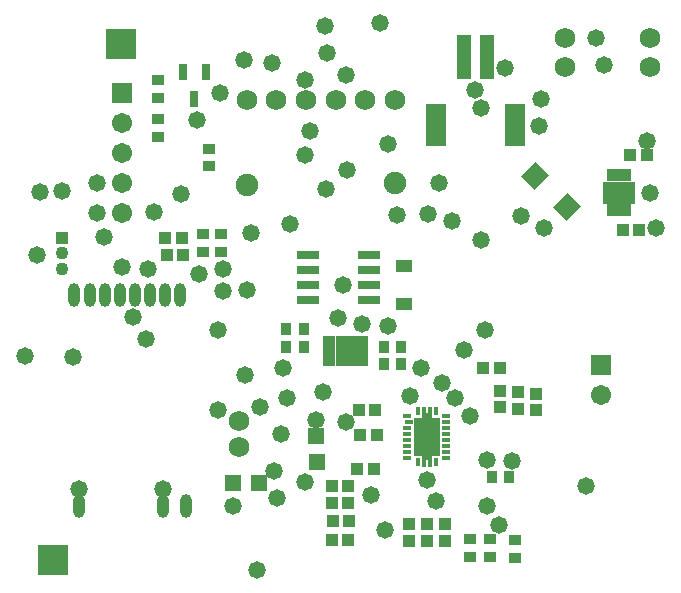
<source format=gts>
G04*
G04 #@! TF.GenerationSoftware,Altium Limited,Altium Designer,18.0.12 (696)*
G04*
G04 Layer_Color=8388736*
%FSLAX44Y44*%
%MOMM*%
G71*
G01*
G75*
%ADD40R,2.5000X2.5000*%
%ADD41R,1.1032X0.9032*%
%ADD42R,1.0032X1.1032*%
%ADD43O,1.0032X2.0032*%
%ADD44R,0.9032X1.1032*%
%ADD45R,1.4032X1.4032*%
%ADD46R,1.4032X1.4032*%
%ADD47R,1.1032X1.0032*%
%ADD48R,0.4432X0.8032*%
%ADD49R,0.8032X0.4432*%
%ADD50R,2.2532X3.2532*%
%ADD51R,0.9532X0.6032*%
%ADD52R,0.4032X0.7282*%
%ADD53R,0.5080X0.9906*%
%ADD54R,2.6924X1.9558*%
G04:AMPARAMS|DCode=55|XSize=1.7032mm|YSize=1.6032mm|CornerRadius=0mm|HoleSize=0mm|Usage=FLASHONLY|Rotation=45.000|XOffset=0mm|YOffset=0mm|HoleType=Round|Shape=Rectangle|*
%AMROTATEDRECTD55*
4,1,4,-0.0354,-1.1690,-1.1690,-0.0354,0.0354,1.1690,1.1690,0.0354,-0.0354,-1.1690,0.0*
%
%ADD55ROTATEDRECTD55*%

%ADD56R,1.7032X3.6032*%
%ADD57R,1.2032X3.7032*%
%ADD58R,0.8032X1.3532*%
%ADD59R,1.9532X0.7932*%
%ADD60R,1.0160X0.5080*%
%ADD61R,1.7780X2.5654*%
%ADD62C,1.7272*%
%ADD63R,1.4232X1.1132*%
%ADD64C,0.5032*%
%ADD65C,1.7032*%
%ADD66R,1.7032X1.7032*%
%ADD67C,1.9032*%
%ADD68R,1.1032X1.1032*%
%ADD69C,1.1032*%
%ADD70C,1.4732*%
D40*
X407670Y668020D02*
D03*
X350520Y231140D02*
D03*
D41*
X482600Y564120D02*
D03*
Y579120D02*
D03*
X492760Y506610D02*
D03*
Y491610D02*
D03*
X477520Y506610D02*
D03*
Y491610D02*
D03*
X741680Y247600D02*
D03*
Y232600D02*
D03*
X439420Y604400D02*
D03*
Y589400D02*
D03*
Y637420D02*
D03*
Y622420D02*
D03*
X703580Y248750D02*
D03*
Y233750D02*
D03*
X720090Y233750D02*
D03*
Y248750D02*
D03*
D42*
X459120Y503493D02*
D03*
X445120D02*
D03*
X832470Y510540D02*
D03*
X846470D02*
D03*
X838820Y574040D02*
D03*
X852820D02*
D03*
X586090Y247650D02*
D03*
X600090D02*
D03*
X728360Y393700D02*
D03*
X714360D02*
D03*
X607680Y308037D02*
D03*
X621680D02*
D03*
X610220Y336550D02*
D03*
X624220D02*
D03*
X608950Y358140D02*
D03*
X622950D02*
D03*
X586090Y293370D02*
D03*
X600090D02*
D03*
X586963Y264160D02*
D03*
X600963D02*
D03*
X586090Y278703D02*
D03*
X600090D02*
D03*
X460390Y488950D02*
D03*
X446390D02*
D03*
D43*
X372110Y276860D02*
D03*
X443110D02*
D03*
X462710D02*
D03*
X381510Y455360D02*
D03*
X406810D02*
D03*
X419510D02*
D03*
X444910Y455460D02*
D03*
X394110Y455360D02*
D03*
X368110D02*
D03*
X457510Y455460D02*
D03*
X432310D02*
D03*
D44*
X547610Y411480D02*
D03*
X562610D02*
D03*
X630040Y396937D02*
D03*
X645040D02*
D03*
X562490Y426022D02*
D03*
X547490D02*
D03*
X630040Y411480D02*
D03*
X645040D02*
D03*
X736480Y300990D02*
D03*
X721480D02*
D03*
D45*
X502772Y295710D02*
D03*
X524510Y295910D02*
D03*
D46*
X573182Y335598D02*
D03*
X573382Y313860D02*
D03*
D47*
X651510Y261000D02*
D03*
Y247000D02*
D03*
X666750Y261000D02*
D03*
Y247000D02*
D03*
X681990D02*
D03*
Y261000D02*
D03*
X744220Y372760D02*
D03*
Y358760D02*
D03*
X759460Y371490D02*
D03*
Y357490D02*
D03*
X728980Y374030D02*
D03*
Y360030D02*
D03*
D48*
X659250Y356610D02*
D03*
X674250D02*
D03*
X659250Y313610D02*
D03*
X674250D02*
D03*
D49*
X650250Y337610D02*
D03*
Y332610D02*
D03*
Y327610D02*
D03*
Y322610D02*
D03*
Y317610D02*
D03*
Y342610D02*
D03*
X651750Y348110D02*
D03*
X650250Y352610D02*
D03*
X683250Y337610D02*
D03*
Y332610D02*
D03*
Y327610D02*
D03*
Y322610D02*
D03*
Y317610D02*
D03*
Y342610D02*
D03*
Y347610D02*
D03*
Y352610D02*
D03*
D50*
X666750Y335110D02*
D03*
D51*
Y352360D02*
D03*
Y317860D02*
D03*
D52*
X664000Y356985D02*
D03*
X669500D02*
D03*
Y313235D02*
D03*
X664000D02*
D03*
D53*
X821749Y527335D02*
D03*
X826749D02*
D03*
X831749D02*
D03*
X836749D02*
D03*
Y556544D02*
D03*
X831749D02*
D03*
X826749D02*
D03*
X821749D02*
D03*
D54*
X829249Y541940D02*
D03*
D55*
X785000Y529450D02*
D03*
X758130Y556320D02*
D03*
D56*
X674528Y599090D02*
D03*
X741527D02*
D03*
D57*
X698027Y656590D02*
D03*
X718027D02*
D03*
D58*
X469900Y621210D02*
D03*
X460400Y643710D02*
D03*
X479400D02*
D03*
D59*
X617670Y488950D02*
D03*
Y476250D02*
D03*
Y463550D02*
D03*
Y450850D02*
D03*
X565970D02*
D03*
Y463550D02*
D03*
Y476250D02*
D03*
Y488950D02*
D03*
D60*
X584200Y417576D02*
D03*
Y412750D02*
D03*
Y407670D02*
D03*
Y402590D02*
D03*
Y397764D02*
D03*
X612140D02*
D03*
Y402590D02*
D03*
Y407670D02*
D03*
Y412750D02*
D03*
Y417576D02*
D03*
D61*
X598170Y407670D02*
D03*
D62*
X508000Y348820D02*
D03*
Y326820D02*
D03*
X514350Y620640D02*
D03*
X539350D02*
D03*
X564350D02*
D03*
X589350D02*
D03*
X614350D02*
D03*
X639350D02*
D03*
X783590Y673100D02*
D03*
Y648500D02*
D03*
X855390Y673100D02*
D03*
Y648100D02*
D03*
D63*
X647582Y447200D02*
D03*
Y479900D02*
D03*
D64*
X666750Y329860D02*
D03*
X659000D02*
D03*
X674500D02*
D03*
X666750Y340360D02*
D03*
X659000D02*
D03*
X674500D02*
D03*
X666750Y322360D02*
D03*
Y347860D02*
D03*
D65*
X814070Y370840D02*
D03*
X408940Y600710D02*
D03*
Y575310D02*
D03*
Y549910D02*
D03*
Y524510D02*
D03*
D66*
X814070Y396240D02*
D03*
X408940Y626110D02*
D03*
D67*
X514350Y548640D02*
D03*
X639350Y549640D02*
D03*
D68*
X358140Y503520D02*
D03*
D69*
Y490520D02*
D03*
Y477520D02*
D03*
D70*
X551180Y515620D02*
D03*
X855980Y541940D02*
D03*
X861060Y511810D02*
D03*
X435610Y525780D02*
D03*
X599320Y561340D02*
D03*
X581660Y544830D02*
D03*
X641350Y523240D02*
D03*
X326390Y403830D02*
D03*
X458350Y541020D02*
D03*
X563880Y297180D02*
D03*
X739140Y314960D02*
D03*
X563880Y637540D02*
D03*
X512280Y654050D02*
D03*
X816610Y650240D02*
D03*
X582530Y660400D02*
D03*
X580390Y683260D02*
D03*
X631190Y256540D02*
D03*
X707300Y628650D02*
D03*
X712470Y613410D02*
D03*
X765810Y511810D02*
D03*
X543560Y337820D02*
D03*
X598170Y347980D02*
D03*
X339090Y542290D02*
D03*
X358140Y543560D02*
D03*
X513080Y387350D02*
D03*
X525780Y360680D02*
D03*
X668020Y524185D02*
D03*
X676910Y549910D02*
D03*
X712470Y501650D02*
D03*
X688340Y518160D02*
D03*
X746760Y521970D02*
D03*
X430530Y477520D02*
D03*
X473710Y473090D02*
D03*
X408940Y478790D02*
D03*
X852820Y585470D02*
D03*
X627380Y685800D02*
D03*
X598170Y641350D02*
D03*
X809790Y672630D02*
D03*
X690880Y368300D02*
D03*
X661670Y393700D02*
D03*
X652780Y369570D02*
D03*
X679450Y381000D02*
D03*
X336550Y488950D02*
D03*
X716280Y425450D02*
D03*
X567690Y594360D02*
D03*
X563880Y574040D02*
D03*
X732790Y647700D02*
D03*
X762000Y598170D02*
D03*
X535940Y651510D02*
D03*
X472440Y603250D02*
D03*
X387350Y524510D02*
D03*
Y549910D02*
D03*
X443230Y290830D02*
D03*
X372110D02*
D03*
X523240Y222250D02*
D03*
X674370Y280670D02*
D03*
X666750Y298450D02*
D03*
X579120Y373027D02*
D03*
X548640Y368300D02*
D03*
X573182Y349662D02*
D03*
X537210Y306070D02*
D03*
X502920Y276860D02*
D03*
X801370Y293370D02*
D03*
X703580Y353060D02*
D03*
X591820Y435610D02*
D03*
X718020Y315430D02*
D03*
X698477Y408918D02*
D03*
X717550Y276860D02*
D03*
X727710Y260350D02*
D03*
X494030Y458470D02*
D03*
X633730Y582930D02*
D03*
X595630Y463550D02*
D03*
X612140Y430530D02*
D03*
X763270Y621030D02*
D03*
X490220Y425450D02*
D03*
Y358140D02*
D03*
X491490Y626110D02*
D03*
X518160Y508000D02*
D03*
X429260Y417830D02*
D03*
X367030Y402590D02*
D03*
X514350Y459740D02*
D03*
X494030Y477520D02*
D03*
X417830Y436880D02*
D03*
X393670Y504160D02*
D03*
X633730Y429260D02*
D03*
X544830Y393700D02*
D03*
X619760Y285750D02*
D03*
X539750Y283210D02*
D03*
M02*

</source>
